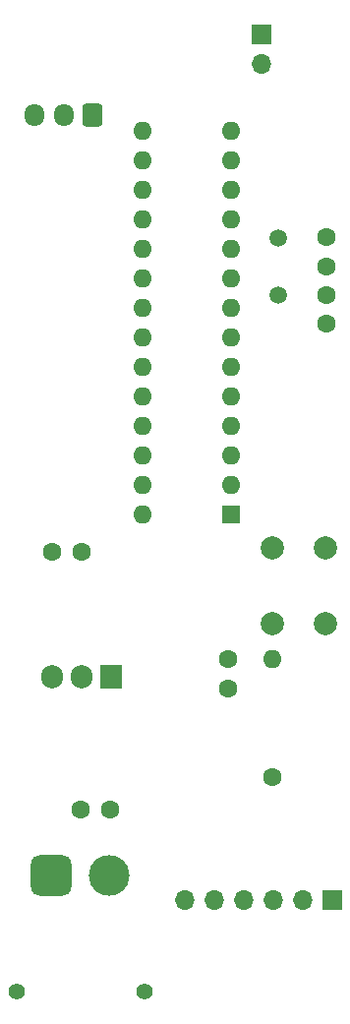
<source format=gbr>
%TF.GenerationSoftware,KiCad,Pcbnew,8.0.8-8.0.8-0~ubuntu24.04.1*%
%TF.CreationDate,2025-02-21T09:49:17+09:00*%
%TF.ProjectId,led01,6c656430-312e-46b6-9963-61645f706362,rev?*%
%TF.SameCoordinates,Original*%
%TF.FileFunction,Soldermask,Bot*%
%TF.FilePolarity,Negative*%
%FSLAX46Y46*%
G04 Gerber Fmt 4.6, Leading zero omitted, Abs format (unit mm)*
G04 Created by KiCad (PCBNEW 8.0.8-8.0.8-0~ubuntu24.04.1) date 2025-02-21 09:49:17*
%MOMM*%
%LPD*%
G01*
G04 APERTURE LIST*
G04 Aperture macros list*
%AMRoundRect*
0 Rectangle with rounded corners*
0 $1 Rounding radius*
0 $2 $3 $4 $5 $6 $7 $8 $9 X,Y pos of 4 corners*
0 Add a 4 corners polygon primitive as box body*
4,1,4,$2,$3,$4,$5,$6,$7,$8,$9,$2,$3,0*
0 Add four circle primitives for the rounded corners*
1,1,$1+$1,$2,$3*
1,1,$1+$1,$4,$5*
1,1,$1+$1,$6,$7*
1,1,$1+$1,$8,$9*
0 Add four rect primitives between the rounded corners*
20,1,$1+$1,$2,$3,$4,$5,0*
20,1,$1+$1,$4,$5,$6,$7,0*
20,1,$1+$1,$6,$7,$8,$9,0*
20,1,$1+$1,$8,$9,$2,$3,0*%
G04 Aperture macros list end*
%ADD10R,1.700000X1.700000*%
%ADD11O,1.700000X1.700000*%
%ADD12C,1.600000*%
%ADD13C,2.000000*%
%ADD14C,1.400000*%
%ADD15RoundRect,0.770000X0.980000X0.980000X-0.980000X0.980000X-0.980000X-0.980000X0.980000X-0.980000X0*%
%ADD16C,3.500000*%
%ADD17R,1.600000X1.600000*%
%ADD18O,1.600000X1.600000*%
%ADD19RoundRect,0.250000X0.600000X0.725000X-0.600000X0.725000X-0.600000X-0.725000X0.600000X-0.725000X0*%
%ADD20O,1.700000X1.950000*%
%ADD21R,1.905000X2.000000*%
%ADD22O,1.905000X2.000000*%
%ADD23C,1.500000*%
G04 APERTURE END LIST*
D10*
%TO.C,J2*%
X122625000Y-51350000D03*
D11*
X122625000Y-53890000D03*
%TD*%
D12*
%TO.C,C1*%
X119725000Y-105150000D03*
X119725000Y-107650000D03*
%TD*%
%TO.C,C4*%
X109525000Y-118050000D03*
X107025000Y-118050000D03*
%TD*%
D13*
%TO.C,SW1*%
X123575000Y-102050000D03*
X123575000Y-95550000D03*
X128075000Y-102050000D03*
X128075000Y-95550000D03*
%TD*%
D14*
%TO.C,J4*%
X112500000Y-133725000D03*
X101500000Y-133725000D03*
D15*
X104500000Y-123725000D03*
D16*
X109500000Y-123725000D03*
%TD*%
D17*
%TO.C,U1*%
X119975000Y-92625000D03*
D18*
X119975000Y-90085000D03*
X119975000Y-87545000D03*
X119975000Y-85005000D03*
X119975000Y-82465000D03*
X119975000Y-79925000D03*
X119975000Y-77385000D03*
X119975000Y-74845000D03*
X119975000Y-72305000D03*
X119975000Y-69765000D03*
X119975000Y-67225000D03*
X119975000Y-64685000D03*
X119975000Y-62145000D03*
X119975000Y-59605000D03*
X112355000Y-59605000D03*
X112355000Y-62145000D03*
X112355000Y-64685000D03*
X112355000Y-67225000D03*
X112355000Y-69765000D03*
X112355000Y-72305000D03*
X112355000Y-74845000D03*
X112355000Y-77385000D03*
X112355000Y-79925000D03*
X112355000Y-82465000D03*
X112355000Y-85005000D03*
X112355000Y-87545000D03*
X112355000Y-90085000D03*
X112355000Y-92625000D03*
%TD*%
D10*
%TO.C,J1*%
X128700000Y-125825000D03*
D11*
X126160000Y-125825000D03*
X123620000Y-125825000D03*
X121080000Y-125825000D03*
X118540000Y-125825000D03*
X116000000Y-125825000D03*
%TD*%
D12*
%TO.C,R1*%
X123500000Y-115255000D03*
D18*
X123500000Y-105095000D03*
%TD*%
D19*
%TO.C,J3*%
X108075000Y-58275000D03*
D20*
X105575000Y-58275000D03*
X103075000Y-58275000D03*
%TD*%
D12*
%TO.C,C5*%
X104575000Y-95875000D03*
X107075000Y-95875000D03*
%TD*%
D21*
%TO.C,U2*%
X109615000Y-106655000D03*
D22*
X107075000Y-106655000D03*
X104535000Y-106655000D03*
%TD*%
D12*
%TO.C,C2*%
X128225000Y-68825000D03*
X128225000Y-71325000D03*
%TD*%
D23*
%TO.C,Y1*%
X124025000Y-73775000D03*
X124025000Y-68875000D03*
%TD*%
D12*
%TO.C,C3*%
X128175000Y-73750000D03*
X128175000Y-76250000D03*
%TD*%
M02*

</source>
